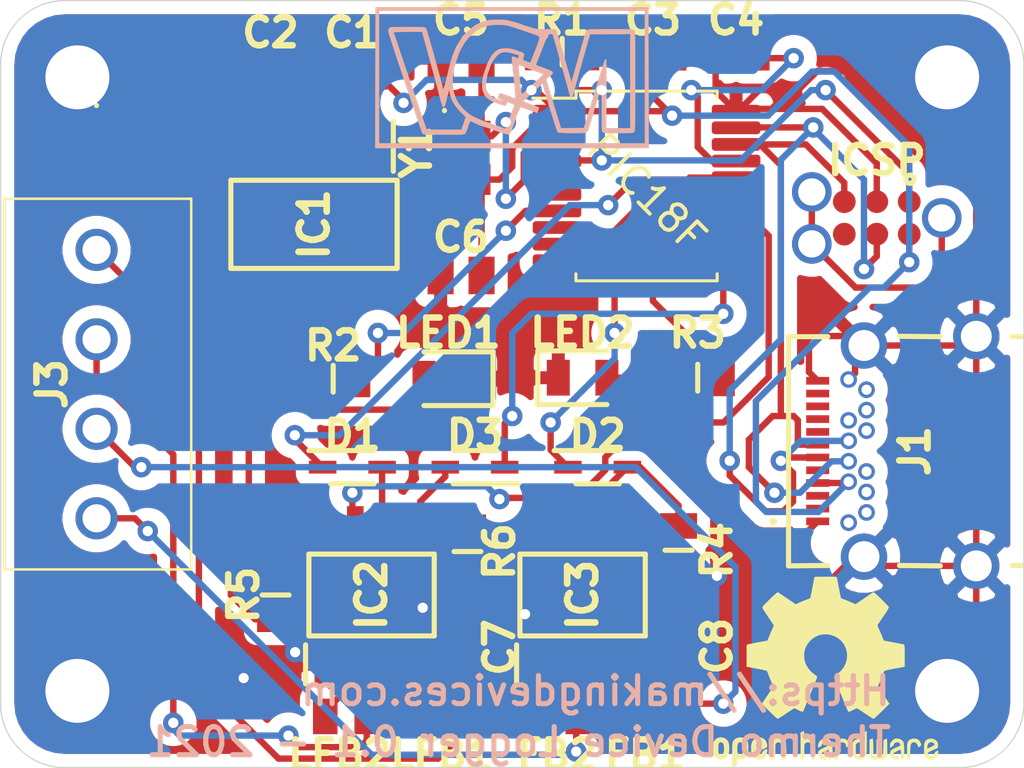
<source format=kicad_pcb>
(kicad_pcb (version 20171130) (host pcbnew "(5.1.12-1-g0a0a2da680)-1")
  (layers (0 F.Cu signal hide) (31 B.Cu signal hide) (34 B.Paste user) (35 F.Paste user) (36 B.SilkS user) (37 F.SilkS user) (38 B.Mask user) (39 F.Mask user) (44 Edge.Cuts user))
  (net 0 "")
  (net 1 GND)
  (net 2 +5V)
  (net 3 /3.3V)
  (net 4 "Net-(C4-Pad2)")
  (net 5 /Cyrstal1)
  (net 6 /Crystal2)
  (net 7 "Net-(D1-Pad2)")
  (net 8 /CS_1)
  (net 9 "Net-(D2-Pad2)")
  (net 10 /CS_2)
  (net 11 "Net-(D3-Pad2)")
  (net 12 /SCK)
  (net 13 "Net-(FB1-Pad2)")
  (net 14 "/ThermoCouple Modules/T+tcm2")
  (net 15 "Net-(FB2-Pad2)")
  (net 16 "/ThermoCouple Modules/T-tcm2")
  (net 17 "Net-(IC2-Pad8)")
  (net 18 /MISO)
  (net 19 "Net-(IC2-Pad3)")
  (net 20 "Net-(IC2-Pad2)")
  (net 21 "Net-(IC3-Pad8)")
  (net 22 "Net-(J1-PadB12)")
  (net 23 "Net-(J1-PadB11)")
  (net 24 "Net-(J1-PadB10)")
  (net 25 "Net-(J1-PadB8)")
  (net 26 /PGC)
  (net 27 /PGD)
  (net 28 "Net-(J1-PadB5)")
  (net 29 "Net-(J1-PadB4)")
  (net 30 "Net-(J1-PadB3)")
  (net 31 "Net-(J1-PadB2)")
  (net 32 "Net-(J1-PadA11)")
  (net 33 "Net-(J1-PadA10)")
  (net 34 "Net-(J1-PadA9)")
  (net 35 "Net-(J1-PadA8)")
  (net 36 "Net-(J1-PadA5)")
  (net 37 "Net-(J1-PadA3)")
  (net 38 "Net-(J1-PadA2)")
  (net 39 "Net-(J2-Pad6)")
  (net 40 /MCLR)
  (net 41 "/ThermoCouple Modules/T-tcm1")
  (net 42 "/ThermoCouple Modules/T+tcm1")
  (net 43 "Net-(LED1-Pad2)")
  (net 44 "Net-(LED2-Pad2)")
  (net 45 "Net-(R2-Pad1)")
  (net 46 "Net-(R3-Pad1)")
  (net 47 "Net-(U1-Pad12)")
  (net 48 "Net-(U1-Pad10)")
  (net 49 "Net-(U1-Pad9)")
  (net 50 "Net-(U1-Pad8)")
  (net 51 "Net-(U1-Pad6)")
  (net 52 "Net-(U1-Pad5)")
  (module Symbol:OSHW-Logo2_9.8x8mm_SilkScreen (layer F.Cu) (at 117.25 78.75)
    (fp_text reference REF** hide)
    (fp_text value OSHW-Logo2_9.8x8mm_SilkScreen hide)
  )
  (module MDV:logo_MDV_3 (layer B.Cu) (at 105 55.5 180)
    (fp_text reference G*** hide)
    (fp_text value LOGO hide)
  )
  (module Library_Loader:CX2520DB12000D0GPSC1 (layer F.Cu) (at 103 58.65 270)
    (fp_text reference Y1 hide)
    (fp_text value 12Mhz hide)
    (fp_text user %R (at -0.225 1.75 90) (layer F.SilkS) (effects (font (size 1.1 1.1) (thickness 0.254))))
    (pad 4 smd rect (at -0.85 -0.65) (size 1 1.2) (layers F.Cu F.Paste F.Mask) (net 5 /Cyrstal1))
    (pad 3 smd rect (at 0.85 -0.65) (size 1 1.2) (layers F.Cu F.Paste F.Mask) (net 6 /Crystal2))
    (pad 2 smd rect (at 0.85 0.65) (size 1 1.2) (layers F.Cu F.Paste F.Mask) (net 1 GND))
    (pad 1 smd rect (at -0.85 0.65) (size 1 1.2) (layers F.Cu F.Paste F.Mask) (net 1 GND))
  )
  (module Package_SO:SSOP-20_5.3x7.2mm_P0.65mm (layer F.Cu) (at 110.25 59.75)
    (fp_text reference U1 hide)
    (fp_text value PIC18F (at 0 0.25 135) (layer F.SilkS) (effects (font (size 1.1 1.1))))
    (pad 20 smd roundrect (at 3.5 -2.925) (size 1.9 0.5) (layers F.Cu F.Paste F.Mask) (net 1 GND))
    (pad 19 smd roundrect (at 3.5 -2.275) (size 1.9 0.5) (layers F.Cu F.Paste F.Mask) (net 27 /PGD))
    (pad 18 smd roundrect (at 3.5 -1.625) (size 1.9 0.5) (layers F.Cu F.Paste F.Mask) (net 26 /PGC))
    (pad 17 smd roundrect (at 3.5 -0.975) (size 1.9 0.5) (layers F.Cu F.Paste F.Mask) (net 4 "Net-(C4-Pad2)"))
    (pad 16 smd roundrect (at 3.5 -0.325) (size 1.9 0.5) (layers F.Cu F.Paste F.Mask) (net 8 /CS_1))
    (pad 15 smd roundrect (at 3.5 0.325) (size 1.9 0.5) (layers F.Cu F.Paste F.Mask) (net 10 /CS_2))
    (pad 14 smd roundrect (at 3.5 0.975) (size 1.9 0.5) (layers F.Cu F.Paste F.Mask) (net 46 "Net-(R3-Pad1)"))
    (pad 13 smd roundrect (at 3.5 1.625) (size 1.9 0.5) (layers F.Cu F.Paste F.Mask) (net 18 /MISO))
    (pad 12 smd roundrect (at 3.5 2.275) (size 1.9 0.5) (layers F.Cu F.Paste F.Mask) (net 47 "Net-(U1-Pad12)"))
    (pad 11 smd roundrect (at 3.5 2.925) (size 1.9 0.5) (layers F.Cu F.Paste F.Mask) (net 12 /SCK))
    (pad 10 smd roundrect (at -3.5 2.925) (size 1.9 0.5) (layers F.Cu F.Paste F.Mask) (net 48 "Net-(U1-Pad10)"))
    (pad 9 smd roundrect (at -3.5 2.275) (size 1.9 0.5) (layers F.Cu F.Paste F.Mask) (net 49 "Net-(U1-Pad9)"))
    (pad 8 smd roundrect (at -3.5 1.625) (size 1.9 0.5) (layers F.Cu F.Paste F.Mask) (net 50 "Net-(U1-Pad8)"))
    (pad 7 smd roundrect (at -3.5 0.975) (size 1.9 0.5) (layers F.Cu F.Paste F.Mask) (net 45 "Net-(R2-Pad1)"))
    (pad 6 smd roundrect (at -3.5 0.325) (size 1.9 0.5) (layers F.Cu F.Paste F.Mask) (net 51 "Net-(U1-Pad6)"))
    (pad 5 smd roundrect (at -3.5 -0.325) (size 1.9 0.5) (layers F.Cu F.Paste F.Mask) (net 52 "Net-(U1-Pad5)"))
    (pad 4 smd roundrect (at -3.5 -0.975) (size 1.9 0.5) (layers F.Cu F.Paste F.Mask) (net 40 /MCLR))
    (pad 3 smd roundrect (at -3.5 -1.625) (size 1.9 0.5) (layers F.Cu F.Paste F.Mask) (net 5 /Cyrstal1))
    (pad 2 smd roundrect (at -3.5 -2.275) (size 1.9 0.5) (layers F.Cu F.Paste F.Mask) (net 6 /Crystal2))
    (pad 1 smd roundrect (at -3.5 -2.925) (size 1.9 0.5) (layers F.Cu F.Paste F.Mask) (net 2 +5V))
  )
  (module Library_Loader:RESC2012X75N (layer F.Cu) (at 103.25 74.05 90)
    (fp_text reference R6 hide)
    (fp_text value 10k hide)
    (fp_text user %R (at 0 1.25 90) (layer F.SilkS) (effects (font (size 1.1 1.1) (thickness 0.254))))
    (pad 2 smd rect (at 0.95 0 90) (size 1 1.45) (layers F.Cu F.Paste F.Mask) (net 11 "Net-(D3-Pad2)"))
    (pad 1 smd rect (at -0.95 0 90) (size 1 1.45) (layers F.Cu F.Paste F.Mask) (net 3 /3.3V))
  )
  (module Library_Loader:RESC2012X75N (layer F.Cu) (at 95.75 75.75 90)
    (fp_text reference R5 hide)
    (fp_text value 10k hide)
    (fp_text user %R (at 0 -1.25 90) (layer F.SilkS) (effects (font (size 1.1 1.1) (thickness 0.254))))
    (pad 2 smd rect (at 0.95 0 90) (size 1 1.45) (layers F.Cu F.Paste F.Mask) (net 7 "Net-(D1-Pad2)"))
    (pad 1 smd rect (at -0.95 0 90) (size 1 1.45) (layers F.Cu F.Paste F.Mask) (net 3 /3.3V))
  )
  (module Library_Loader:RESC2012X75N (layer F.Cu) (at 111.5 74 90)
    (fp_text reference R4 (at 0 1.5 90) (layer F.SilkS) (effects (font (size 1.1 1.1) (thickness 0.254))))
    (fp_text value 10k hide)
    (pad 2 smd rect (at 0.95 0 90) (size 1 1.45) (layers F.Cu F.Paste F.Mask) (net 9 "Net-(D2-Pad2)"))
    (pad 1 smd rect (at -0.95 0 90) (size 1 1.45) (layers F.Cu F.Paste F.Mask) (net 3 /3.3V))
  )
  (module Library_Loader:RESC2012X75N (layer F.Cu) (at 112.25 67.25 180)
    (fp_text reference R3 hide)
    (fp_text value 220 hide)
    (fp_text user %R (at 0 1.75) (layer F.SilkS) (effects (font (size 1.1 1.1) (thickness 0.254))))
    (pad 2 smd rect (at 0.95 0 180) (size 1 1.45) (layers F.Cu F.Paste F.Mask) (net 44 "Net-(LED2-Pad2)"))
    (pad 1 smd rect (at -0.95 0 180) (size 1 1.45) (layers F.Cu F.Paste F.Mask) (net 46 "Net-(R3-Pad1)"))
  )
  (module Library_Loader:RESC2012X75N (layer F.Cu) (at 98 67.29 180)
    (fp_text reference R2 hide)
    (fp_text value 220 hide)
    (fp_text user %R (at 0 1.29) (layer F.SilkS) (effects (font (size 1.1 1.1) (thickness 0.254))))
    (pad 2 smd rect (at 0.95 0 180) (size 1 1.45) (layers F.Cu F.Paste F.Mask) (net 43 "Net-(LED1-Pad2)"))
    (pad 1 smd rect (at -0.95 0 180) (size 1 1.45) (layers F.Cu F.Paste F.Mask) (net 45 "Net-(R2-Pad1)"))
  )
  (module Library_Loader:RESC2012X75N (layer F.Cu) (at 106.95 54.5 180)
    (fp_text reference R1 hide)
    (fp_text value 10k hide)
    (fp_text user %R (at 0 1.25) (layer F.SilkS) (effects (font (size 1.1 1.1) (thickness 0.254))))
    (pad 2 smd rect (at 0.95 0 180) (size 1 1.45) (layers F.Cu F.Paste F.Mask) (net 40 /MCLR))
    (pad 1 smd rect (at -0.95 0 180) (size 1 1.45) (layers F.Cu F.Paste F.Mask) (net 2 +5V))
  )
  (module Library_Loader:CAPC2012X90N (layer F.Cu) (at 98.5 80.5 180)
    (fp_text reference LFB2 hide)
    (fp_text value Ferrite hide)
    (fp_text user %R (at 0.25 -1.5) (layer F.SilkS) (effects (font (size 1.1 1.1) (thickness 0.254))))
    (pad 2 smd rect (at 0.81 0 180) (size 0.96 1.39) (layers F.Cu F.Paste F.Mask) (net 20 "Net-(IC2-Pad2)"))
    (pad 1 smd rect (at -0.81 0 180) (size 0.96 1.39) (layers F.Cu F.Paste F.Mask) (net 41 "/ThermoCouple Modules/T-tcm1"))
  )
  (module Library_Loader:CAPC2012X90N (layer F.Cu) (at 101.94 80.5 180)
    (fp_text reference LFB1 hide)
    (fp_text value Ferrite hide)
    (fp_text user %R (at -0.31 -1.5) (layer F.SilkS) (effects (font (size 1.1 1.1) (thickness 0.254))))
    (pad 2 smd rect (at 0.81 0 180) (size 0.96 1.39) (layers F.Cu F.Paste F.Mask) (net 19 "Net-(IC2-Pad3)"))
    (pad 1 smd rect (at -0.81 0 180) (size 0.96 1.39) (layers F.Cu F.Paste F.Mask) (net 42 "/ThermoCouple Modules/T+tcm1"))
  )
  (module Library_Loader:LEDC2012X90N (layer F.Cu) (at 107.75 67.25)
    (fp_text reference LED2 (at 0 -1.75) (layer F.SilkS) (effects (font (size 1.1 1.1) (thickness 0.254))))
    (fp_text value Green hide)
    (pad 2 smd rect (at 0.95 0) (size 0.9 1.4) (layers F.Cu F.Paste F.Mask) (net 44 "Net-(LED2-Pad2)"))
    (pad 1 smd rect (at -0.95 0) (size 0.9 1.4) (layers F.Cu F.Paste F.Mask) (net 1 GND))
  )
  (module Library_Loader:LEDC2012X90N (layer F.Cu) (at 102.5 67.29 180)
    (fp_text reference LED1 hide)
    (fp_text value Green hide)
    (fp_text user %R (at 0 1.79) (layer F.SilkS) (effects (font (size 1.1 1.1) (thickness 0.254))))
    (pad 2 smd rect (at 0.95 0 180) (size 0.9 1.4) (layers F.Cu F.Paste F.Mask) (net 43 "Net-(LED1-Pad2)"))
    (pad 1 smd rect (at -0.95 0 180) (size 0.9 1.4) (layers F.Cu F.Paste F.Mask) (net 1 GND))
  )
  (module Library_Loader:1751264 (layer F.Cu) (at 88.75 62.25 270)
    (fp_text reference J3 hide)
    (fp_text value 4-terminal hide)
    (fp_text user %R (at 5.25 1.75 90) (layer F.SilkS) (effects (font (size 1.1 1.1) (thickness 0.254))))
    (pad 4 thru_hole circle (at 10.5 0 270) (size 1.65 1.65) (drill 1.1) (layers *.Cu *.Mask) (net 16 "/ThermoCouple Modules/T-tcm2"))
    (pad 3 thru_hole circle (at 7 0 270) (size 1.65 1.65) (drill 1.1) (layers *.Cu *.Mask) (net 14 "/ThermoCouple Modules/T+tcm2"))
    (pad 2 thru_hole circle (at 3.5 0 270) (size 1.65 1.65) (drill 1.1) (layers *.Cu *.Mask) (net 41 "/ThermoCouple Modules/T-tcm1"))
    (pad 1 thru_hole circle (at 0 0 270) (size 1.65 1.65) (drill 1.1) (layers *.Cu *.Mask) (net 42 "/ThermoCouple Modules/T+tcm1"))
  )
  (module Library_Loader:TC2030-MCP-NL (layer F.Cu) (at 119.25 61 180)
    (fp_text reference J2 hide)
    (fp_text value TC2030-MCP-NL hide)
    (fp_text user ICSP (at 0 2.25 180) (layer F.SilkS) (effects (font (size 1.1 1.1) (thickness 0.254))))
    (pad 9 thru_hole circle (at 2.54 1.016 180) (size 1.55 1.55) (drill 1.0668) (layers *.Cu *.Mask))
    (pad 8 thru_hole circle (at 2.54 -1.016 180) (size 1.55 1.55) (drill 1.0668) (layers *.Cu *.Mask))
    (pad 7 thru_hole circle (at -2.54 0 180) (size 1.55 1.55) (drill 1.0668) (layers *.Cu *.Mask))
    (pad 6 smd circle (at 1.27 -0.635 270) (size 0.889 0.889) (layers F.Cu F.Paste F.Mask) (net 39 "Net-(J2-Pad6)"))
    (pad 5 smd circle (at 1.27 0.635 270) (size 0.889 0.889) (layers F.Cu F.Paste F.Mask) (net 26 /PGC))
    (pad 4 smd circle (at 0 -0.635 270) (size 0.889 0.889) (layers F.Cu F.Paste F.Mask) (net 27 /PGD))
    (pad 3 smd circle (at 0 0.635 270) (size 0.889 0.889) (layers F.Cu F.Paste F.Mask) (net 1 GND))
    (pad 2 smd circle (at -1.27 -0.635 270) (size 0.889 0.889) (layers F.Cu F.Paste F.Mask) (net 2 +5V))
    (pad 1 smd circle (at -1.27 0.635 270) (size 0.889 0.889) (layers F.Cu F.Paste F.Mask) (net 40 /MCLR))
  )
  (module Library_Loader:2171830001 (layer F.Cu) (at 120.735 70.12 90)
    (fp_text reference J1 (at 0 0 90) (layer F.SilkS) (effects (font (size 1.1 1.1) (thickness 0.254))))
    (fp_text value "Type - C" hide)
    (fp_text user %R (at 0 0 90) (layer F.SilkS) (effects (font (size 1.1 1.1) (thickness 0.254))))
    (pad MH6 np_thru_hole circle (at -3.6 -3.235 90) (size 0.65 0) (drill 0.65) (layers *.Cu *.Mask))
    (pad MH5 np_thru_hole circle (at 3.6 -3.235 90) (size 1.15 0) (drill 1.15) (layers *.Cu *.Mask))
    (pad MH4 thru_hole circle (at 4.13 -1.985 90) (size 1.815 1.815) (drill 1.21) (layers *.Cu *.Mask) (net 1 GND))
    (pad MH3 thru_hole circle (at 4.49 2.405 90) (size 1.815 1.815) (drill 1.21) (layers *.Cu *.Mask) (net 1 GND))
    (pad MH2 thru_hole circle (at -4.49 2.405 90) (size 1.815 1.815) (drill 1.21) (layers *.Cu *.Mask) (net 1 GND))
    (pad MH1 thru_hole circle (at -4.13 -1.985 90) (size 1.815 1.815) (drill 1.21) (layers *.Cu *.Mask) (net 1 GND))
    (pad B12 thru_hole circle (at -2.8 -2.585 90) (size 0.65 0.65) (drill 0.4) (layers *.Cu *.Mask) (net 22 "Net-(J1-PadB12)"))
    (pad B11 thru_hole circle (at -2.4 -1.885 90) (size 0.65 0.65) (drill 0.4) (layers *.Cu *.Mask) (net 23 "Net-(J1-PadB11)"))
    (pad B10 thru_hole circle (at -1.6 -1.885 90) (size 0.65 0.65) (drill 0.4) (layers *.Cu *.Mask) (net 24 "Net-(J1-PadB10)"))
    (pad B9 thru_hole circle (at -1.2 -2.585 90) (size 0.65 0.65) (drill 0.4) (layers *.Cu *.Mask) (net 2 +5V))
    (pad B8 thru_hole circle (at -0.8 -1.885 90) (size 0.65 0.65) (drill 0.4) (layers *.Cu *.Mask) (net 25 "Net-(J1-PadB8)"))
    (pad B7 thru_hole circle (at -0.4 -2.585 90) (size 0.65 0.65) (drill 0.4) (layers *.Cu *.Mask) (net 26 /PGC))
    (pad B6 thru_hole circle (at 0.4 -2.585 90) (size 0.65 0.65) (drill 0.4) (layers *.Cu *.Mask) (net 27 /PGD))
    (pad B5 thru_hole circle (at 0.8 -1.885 90) (size 0.65 0.65) (drill 0.4) (layers *.Cu *.Mask) (net 28 "Net-(J1-PadB5)"))
    (pad B4 thru_hole circle (at 1.2 -2.585 90) (size 0.65 0.65) (drill 0.4) (layers *.Cu *.Mask) (net 29 "Net-(J1-PadB4)"))
    (pad B3 thru_hole circle (at 1.6 -1.885 90) (size 0.65 0.65) (drill 0.4) (layers *.Cu *.Mask) (net 30 "Net-(J1-PadB3)"))
    (pad B2 thru_hole circle (at 2.4 -1.885 90) (size 0.65 0.65) (drill 0.4) (layers *.Cu *.Mask) (net 31 "Net-(J1-PadB2)"))
    (pad B1 thru_hole circle (at 2.8 -2.585 90) (size 0.65 0.65) (drill 0.4) (layers *.Cu *.Mask) (net 1 GND))
    (pad A12 smd rect (at 2.75 -3.795 90) (size 0.3 0.9) (layers F.Cu F.Paste F.Mask) (net 1 GND))
    (pad A11 smd rect (at 2.25 -3.795 90) (size 0.3 0.9) (layers F.Cu F.Paste F.Mask) (net 32 "Net-(J1-PadA11)"))
    (pad A10 smd rect (at 1.75 -3.795 90) (size 0.3 0.9) (layers F.Cu F.Paste F.Mask) (net 33 "Net-(J1-PadA10)"))
    (pad A9 smd rect (at 1.25 -3.795 90) (size 0.3 0.9) (layers F.Cu F.Paste F.Mask) (net 34 "Net-(J1-PadA9)"))
    (pad A8 smd rect (at 0.75 -3.795 90) (size 0.3 0.9) (layers F.Cu F.Paste F.Mask) (net 35 "Net-(J1-PadA8)"))
    (pad A7 smd rect (at 0.25 -3.795 90) (size 0.3 0.9) (layers F.Cu F.Paste F.Mask) (net 26 /PGC))
    (pad A6 smd rect (at -0.25 -3.795 90) (size 0.3 0.9) (layers F.Cu F.Paste F.Mask) (net 27 /PGD))
    (pad A5 smd rect (at -0.75 -3.795 90) (size 0.3 0.9) (layers F.Cu F.Paste F.Mask) (net 36 "Net-(J1-PadA5)"))
    (pad A4 smd rect (at -1.25 -3.795 90) (size 0.3 0.9) (layers F.Cu F.Paste F.Mask) (net 2 +5V))
    (pad A3 smd rect (at -1.75 -3.795 90) (size 0.3 0.9) (layers F.Cu F.Paste F.Mask) (net 37 "Net-(J1-PadA3)"))
    (pad A2 smd rect (at -2.25 -3.795 90) (size 0.3 0.9) (layers F.Cu F.Paste F.Mask) (net 38 "Net-(J1-PadA2)"))
    (pad A1 smd rect (at -2.75 -3.795 90) (size 0.3 0.9) (layers F.Cu F.Paste F.Mask) (net 1 GND))
  )
  (module Library_Loader:SOIC127P600X175-8N (layer F.Cu) (at 107.75 75.75 90)
    (fp_text reference IC3 (at 0 0 90) (layer F.SilkS) (effects (font (size 1.1 1.1) (thickness 0.254))))
    (fp_text value MAX31855KASA+ hide)
    (fp_text user %R (at 0 0 90) (layer F.SilkS) (effects (font (size 1.1 1.1) (thickness 0.254))))
    (pad 8 smd rect (at 2.712 -1.905 180) (size 0.65 1.525) (layers F.Cu F.Paste F.Mask) (net 21 "Net-(IC3-Pad8)"))
    (pad 7 smd rect (at 2.712 -0.635 180) (size 0.65 1.525) (layers F.Cu F.Paste F.Mask) (net 18 /MISO))
    (pad 6 smd rect (at 2.712 0.635 180) (size 0.65 1.525) (layers F.Cu F.Paste F.Mask) (net 9 "Net-(D2-Pad2)"))
    (pad 5 smd rect (at 2.712 1.905 180) (size 0.65 1.525) (layers F.Cu F.Paste F.Mask) (net 11 "Net-(D3-Pad2)"))
    (pad 4 smd rect (at -2.712 1.905 180) (size 0.65 1.525) (layers F.Cu F.Paste F.Mask) (net 3 /3.3V))
    (pad 3 smd rect (at -2.712 0.635 180) (size 0.65 1.525) (layers F.Cu F.Paste F.Mask) (net 13 "Net-(FB1-Pad2)"))
    (pad 2 smd rect (at -2.712 -0.635 180) (size 0.65 1.525) (layers F.Cu F.Paste F.Mask) (net 15 "Net-(FB2-Pad2)"))
    (pad 1 smd rect (at -2.712 -1.905 180) (size 0.65 1.525) (layers F.Cu F.Paste F.Mask) (net 1 GND))
  )
  (module Library_Loader:SOIC127P600X175-8N (layer F.Cu) (at 99.5 75.75 90)
    (fp_text reference IC2 (at 0 0 90) (layer F.SilkS) (effects (font (size 1.1 1.1) (thickness 0.254))))
    (fp_text value MAX31855KASA+ hide)
    (fp_text user %R (at 0 0 90) (layer F.SilkS) (effects (font (size 1.1 1.1) (thickness 0.254))))
    (pad 8 smd rect (at 2.712 -1.905 180) (size 0.65 1.525) (layers F.Cu F.Paste F.Mask) (net 17 "Net-(IC2-Pad8)"))
    (pad 7 smd rect (at 2.712 -0.635 180) (size 0.65 1.525) (layers F.Cu F.Paste F.Mask) (net 18 /MISO))
    (pad 6 smd rect (at 2.712 0.635 180) (size 0.65 1.525) (layers F.Cu F.Paste F.Mask) (net 7 "Net-(D1-Pad2)"))
    (pad 5 smd rect (at 2.712 1.905 180) (size 0.65 1.525) (layers F.Cu F.Paste F.Mask) (net 11 "Net-(D3-Pad2)"))
    (pad 4 smd rect (at -2.712 1.905 180) (size 0.65 1.525) (layers F.Cu F.Paste F.Mask) (net 3 /3.3V))
    (pad 3 smd rect (at -2.712 0.635 180) (size 0.65 1.525) (layers F.Cu F.Paste F.Mask) (net 19 "Net-(IC2-Pad3)"))
    (pad 2 smd rect (at -2.712 -0.635 180) (size 0.65 1.525) (layers F.Cu F.Paste F.Mask) (net 20 "Net-(IC2-Pad2)"))
    (pad 1 smd rect (at -2.712 -1.905 180) (size 0.65 1.525) (layers F.Cu F.Paste F.Mask) (net 1 GND))
  )
  (module Library_Loader:SOT230P700X180-4N (layer F.Cu) (at 97.25 61.25 270)
    (fp_text reference IC1 (at 0 0 90) (layer F.SilkS) (effects (font (size 1.1 1.1) (thickness 0.254))))
    (fp_text value TC1108-3.3VDBTR hide)
    (fp_text user %R (at 0 0 90) (layer F.SilkS) (effects (font (size 1.1 1.1) (thickness 0.254))))
    (pad 4 smd rect (at 3.05 0 270) (size 1.95 3.2) (layers F.Cu F.Paste F.Mask) (net 1 GND))
    (pad 3 smd rect (at -3.05 2.3) (size 0.9 1.95) (layers F.Cu F.Paste F.Mask) (net 3 /3.3V))
    (pad 2 smd rect (at -3.05 0) (size 0.9 1.95) (layers F.Cu F.Paste F.Mask) (net 1 GND))
    (pad 1 smd rect (at -3.05 -2.3) (size 0.9 1.95) (layers F.Cu F.Paste F.Mask) (net 2 +5V))
  )
  (module Library_Loader:CAPC2012X90N (layer F.Cu) (at 106.75 80.5 180)
    (fp_text reference FB2 (at 0 -1.5) (layer F.SilkS) (effects (font (size 1.1 1.1) (thickness 0.254))))
    (fp_text value 742792005 hide)
    (pad 2 smd rect (at 0.81 0 180) (size 0.96 1.39) (layers F.Cu F.Paste F.Mask) (net 15 "Net-(FB2-Pad2)"))
    (pad 1 smd rect (at -0.81 0 180) (size 0.96 1.39) (layers F.Cu F.Paste F.Mask) (net 16 "/ThermoCouple Modules/T-tcm2"))
  )
  (module Library_Loader:CAPC2012X90N (layer F.Cu) (at 110.19 80.5 180)
    (fp_text reference FB1 hide)
    (fp_text value 742792005 hide)
    (fp_text user %R (at 0 -1.5) (layer F.SilkS) (effects (font (size 1.1 1.1) (thickness 0.254))))
    (pad 2 smd rect (at 0.81 0 180) (size 0.96 1.39) (layers F.Cu F.Paste F.Mask) (net 13 "Net-(FB1-Pad2)"))
    (pad 1 smd rect (at -0.81 0 180) (size 0.96 1.39) (layers F.Cu F.Paste F.Mask) (net 14 "/ThermoCouple Modules/T+tcm2"))
  )
  (module Library_Loader:SOD2513X120N (layer F.Cu) (at 103.544 70.75 180)
    (fp_text reference D3 (at 0 1.25) (layer F.SilkS) (effects (font (size 1.1 1.1) (thickness 0.254))))
    (fp_text value ZLLS410TA hide)
    (pad 2 smd rect (at 1.162 0 270) (size 0.5 1.075) (layers F.Cu F.Paste F.Mask) (net 11 "Net-(D3-Pad2)"))
    (pad 1 smd rect (at -1.162 0 270) (size 0.5 1.075) (layers F.Cu F.Paste F.Mask) (net 12 /SCK))
  )
  (module Library_Loader:SOD2513X120N (layer F.Cu) (at 108.338 70.75)
    (fp_text reference D2 (at 0 -1.25) (layer F.SilkS) (effects (font (size 1.1 1.1) (thickness 0.254))))
    (fp_text value ZLLS410TA hide)
    (pad 2 smd rect (at 1.162 0 90) (size 0.5 1.075) (layers F.Cu F.Paste F.Mask) (net 9 "Net-(D2-Pad2)"))
    (pad 1 smd rect (at -1.162 0 90) (size 0.5 1.075) (layers F.Cu F.Paste F.Mask) (net 10 /CS_2))
  )
  (module Library_Loader:SOD2513X120N (layer F.Cu) (at 98.75 70.75)
    (fp_text reference D1 hide)
    (fp_text value ZLLS410TA hide)
    (fp_text user %R (at 0 -1.25) (layer F.SilkS) (effects (font (size 1.1 1.1) (thickness 0.254))))
    (pad 2 smd rect (at 1.162 0 90) (size 0.5 1.075) (layers F.Cu F.Paste F.Mask) (net 7 "Net-(D1-Pad2)"))
    (pad 1 smd rect (at -1.162 0 90) (size 0.5 1.075) (layers F.Cu F.Paste F.Mask) (net 8 /CS_1))
  )
  (module Library_Loader:CAPC2012X140N (layer F.Cu) (at 111.5 77.75 270)
    (fp_text reference C8 hide)
    (fp_text value 100nF hide)
    (fp_text user %R (at 0 -1.5 90) (layer F.SilkS) (effects (font (size 1.1 1.1) (thickness 0.254))))
    (pad 2 smd rect (at 0.8 0 270) (size 1.02 1.47) (layers F.Cu F.Paste F.Mask) (net 3 /3.3V))
    (pad 1 smd rect (at -0.8 0 270) (size 1.02 1.47) (layers F.Cu F.Paste F.Mask) (net 1 GND))
  )
  (module Library_Loader:CAPC2012X140N (layer F.Cu) (at 103.25 77.8 270)
    (fp_text reference C7 hide)
    (fp_text value 100nF hide)
    (fp_text user %R (at 0 -1.25 90) (layer F.SilkS) (effects (font (size 1.1 1.1) (thickness 0.254))))
    (pad 2 smd rect (at 0.8 0 270) (size 1.02 1.47) (layers F.Cu F.Paste F.Mask) (net 3 /3.3V))
    (pad 1 smd rect (at -0.8 0 270) (size 1.02 1.47) (layers F.Cu F.Paste F.Mask) (net 1 GND))
  )
  (module Library_Loader:CAPC2012X140N (layer F.Cu) (at 103 63.25)
    (fp_text reference C6 hide)
    (fp_text value 22pF hide)
    (fp_text user %R (at 0 -1.5) (layer F.SilkS) (effects (font (size 1.1 1.1) (thickness 0.254))))
    (pad 2 smd rect (at 0.8 0) (size 1.02 1.47) (layers F.Cu F.Paste F.Mask) (net 6 /Crystal2))
    (pad 1 smd rect (at -0.8 0) (size 1.02 1.47) (layers F.Cu F.Paste F.Mask) (net 1 GND))
  )
  (module Library_Loader:CAPC2012X140N (layer F.Cu) (at 103 54.75 180)
    (fp_text reference C5 hide)
    (fp_text value 22pF hide)
    (fp_text user %R (at 0 1.5) (layer F.SilkS) (effects (font (size 1.1 1.1) (thickness 0.254))))
    (pad 2 smd rect (at 0.8 0 180) (size 1.02 1.47) (layers F.Cu F.Paste F.Mask) (net 1 GND))
    (pad 1 smd rect (at -0.8 0 180) (size 1.02 1.47) (layers F.Cu F.Paste F.Mask) (net 5 /Cyrstal1))
  )
  (module Library_Loader:CAPC2012X140N (layer F.Cu) (at 113.75 54.5)
    (fp_text reference C4 (at 0 -1.25) (layer F.SilkS) (effects (font (size 1.1 1.1) (thickness 0.254))))
    (fp_text value 1uF hide)
    (pad 2 smd rect (at 0.8 0) (size 1.02 1.47) (layers F.Cu F.Paste F.Mask) (net 4 "Net-(C4-Pad2)"))
    (pad 1 smd rect (at -0.8 0) (size 1.02 1.47) (layers F.Cu F.Paste F.Mask) (net 1 GND))
  )
  (module Library_Loader:CAPC2012X140N (layer F.Cu) (at 110.5 54.5 180)
    (fp_text reference C3 hide)
    (fp_text value 1uF hide)
    (fp_text user %R (at 0 1.25) (layer F.SilkS) (effects (font (size 1.1 1.1) (thickness 0.254))))
    (pad 2 smd rect (at 0.8 0 180) (size 1.02 1.47) (layers F.Cu F.Paste F.Mask) (net 2 +5V))
    (pad 1 smd rect (at -0.8 0 180) (size 1.02 1.47) (layers F.Cu F.Paste F.Mask) (net 1 GND))
  )
  (module Library_Loader:CAPC2012X140N (layer F.Cu) (at 95.55 55.25)
    (fp_text reference C2 hide)
    (fp_text value 1uF hide)
    (fp_text user %R (at 0 -1.5) (layer F.SilkS) (effects (font (size 1.1 1.1) (thickness 0.254))))
    (pad 2 smd rect (at 0.8 0) (size 1.02 1.47) (layers F.Cu F.Paste F.Mask) (net 1 GND))
    (pad 1 smd rect (at -0.8 0) (size 1.02 1.47) (layers F.Cu F.Paste F.Mask) (net 3 /3.3V))
  )
  (module Library_Loader:CAPC2012X140N (layer F.Cu) (at 98.8 55.25 180)
    (fp_text reference C1 hide)
    (fp_text value 1uF hide)
    (fp_text user %R (at 0.05 1.5) (layer F.SilkS) (effects (font (size 1.1 1.1) (thickness 0.254))))
    (pad 2 smd rect (at 0.8 0 180) (size 1.02 1.47) (layers F.Cu F.Paste F.Mask) (net 1 GND))
    (pad 1 smd rect (at -0.8 0 180) (size 1.02 1.47) (layers F.Cu F.Paste F.Mask) (net 2 +5V))
  )
  (gr_text Https://makingdevices.com (at 108.25 79.5) (layer B.SilkS) (effects (font (size 1.1 1.1) (thickness 0.2)) (justify mirror)))
  (gr_text "Thermo Device Logger 0.1 - 2021" (at 105.25 81.5) (layer B.SilkS) (effects (font (size 1.1 1.1) (thickness 0.2)) (justify mirror)))
  (gr_arc (start 87.5 55) (end 87.5 52.5) (angle -90) (layer Edge.Cuts) (width 0.05))
  (gr_arc (start 87.5 80) (end 85 80) (angle -90) (layer Edge.Cuts) (width 0.05))
  (gr_arc (start 122.5 80) (end 122.5 82.5) (angle -90) (layer Edge.Cuts) (width 0.05))
  (gr_arc (start 122.5 55) (end 125 55) (angle -90) (layer Edge.Cuts) (width 0.05))
  (gr_line (start 87.5 82.5) (end 122.5 82.5) (layer Edge.Cuts) (width 0.05))
  (gr_line (start 85 55) (end 85 80) (layer Edge.Cuts) (width 0.05))
  (gr_line (start 125 55) (end 125 80) (layer Edge.Cuts) (width 0.05))
  (gr_line (start 87.5 52.5) (end 122.5 52.5) (layer Edge.Cuts) (width 0.05))
  (segment (start 116.71 59.984) (end 116.71 62.016) (width 0.25) (layer F.Cu) (net 0))
  (segment (start 118.419001 63.725001) (end 121.524999 63.725001) (width 0.25) (layer F.Cu) (net 0))
  (segment (start 116.71 62.016) (end 118.419001 63.725001) (width 0.25) (layer F.Cu) (net 0))
  (segment (start 121.79 63.46) (end 121.79 61) (width 0.25) (layer F.Cu) (net 0))
  (segment (start 121.524999 63.725001) (end 121.79 63.46) (width 0.25) (layer F.Cu) (net 0))
  (via (at 122 55.5) (size 3.75) (drill 2.5) (layers F.Cu B.Cu) (net 1))
  (via (at 122 79.5) (size 3.75) (drill 2.5) (layers F.Cu B.Cu) (net 1))
  (via (at 88 79.5) (size 3.75) (drill 2.5) (layers F.Cu B.Cu) (net 1))
  (via (at 88 55.5) (size 3.75) (drill 2.5) (layers F.Cu B.Cu) (net 1))
  (segment (start 113.840165 56.734835) (end 113.75 56.825) (width 0.25) (layer F.Cu) (net 1))
  (segment (start 117.115416 56.734835) (end 113.840165 56.734835) (width 0.25) (layer F.Cu) (net 1))
  (segment (start 119.25 58.869419) (end 117.115416 56.734835) (width 0.25) (layer F.Cu) (net 1))
  (segment (start 119.25 60.365) (end 119.25 58.869419) (width 0.25) (layer F.Cu) (net 1))
  (segment (start 112.95 56.025) (end 113.75 56.825) (width 0.25) (layer F.Cu) (net 1))
  (segment (start 112.95 54.5) (end 112.95 56.025) (width 0.25) (layer F.Cu) (net 1))
  (segment (start 111.3 54.5) (end 112.95 54.5) (width 0.25) (layer F.Cu) (net 1))
  (segment (start 118.400001 66.087999) (end 118.400001 67.069999) (width 0.25) (layer F.Cu) (net 1))
  (segment (start 117.932001 65.619999) (end 118.400001 66.087999) (width 0.25) (layer F.Cu) (net 1))
  (segment (start 116.599999 66.087999) (end 117.067999 65.619999) (width 0.25) (layer F.Cu) (net 1))
  (segment (start 117.067999 65.619999) (end 117.932001 65.619999) (width 0.25) (layer F.Cu) (net 1))
  (segment (start 116.599999 67.029999) (end 116.599999 66.087999) (width 0.25) (layer F.Cu) (net 1))
  (segment (start 118.400001 67.069999) (end 118.15 67.32) (width 0.25) (layer F.Cu) (net 1))
  (segment (start 116.94 67.37) (end 116.599999 67.029999) (width 0.25) (layer F.Cu) (net 1))
  (segment (start 122.78 65.99) (end 123.14 65.63) (width 0.25) (layer F.Cu) (net 1))
  (segment (start 118.75 65.99) (end 122.78 65.99) (width 0.25) (layer F.Cu) (net 1))
  (segment (start 102.2 63.019998) (end 102.2 63.25) (width 0.25) (layer F.Cu) (net 1))
  (segment (start 111.3 53.515) (end 111.224999 53.439999) (width 0.25) (layer F.Cu) (net 1))
  (segment (start 111.3 54.5) (end 111.3 53.515) (width 0.25) (layer F.Cu) (net 1))
  (segment (start 102.2 54.269998) (end 102.2 54.75) (width 0.25) (layer F.Cu) (net 1))
  (segment (start 98 54.265) (end 98 55.25) (width 0.25) (layer F.Cu) (net 1))
  (segment (start 98.075001 54.189999) (end 98 54.265) (width 0.25) (layer F.Cu) (net 1))
  (segment (start 96.35 55.25) (end 98 55.25) (width 0.25) (layer F.Cu) (net 1))
  (segment (start 98 55.25) (end 98 54.5) (width 0.25) (layer F.Cu) (net 1))
  (segment (start 98 54.5) (end 98.25 54.25) (width 0.25) (layer F.Cu) (net 1))
  (segment (start 98 57.45) (end 97.25 58.2) (width 0.25) (layer F.Cu) (net 1))
  (segment (start 98 55.25) (end 98 57.45) (width 0.25) (layer F.Cu) (net 1))
  (segment (start 96.35 55.25) (end 96.35 54.6) (width 0.25) (layer F.Cu) (net 1))
  (segment (start 96.35 54.6) (end 95.5 53.75) (width 0.25) (layer F.Cu) (net 1))
  (segment (start 89.75 53.75) (end 88 55.5) (width 0.25) (layer F.Cu) (net 1))
  (segment (start 95.5 53.75) (end 89.75 53.75) (width 0.25) (layer F.Cu) (net 1))
  (segment (start 98.3 63.25) (end 97.25 64.3) (width 0.25) (layer F.Cu) (net 1))
  (segment (start 102.2 63.25) (end 98.3 63.25) (width 0.25) (layer F.Cu) (net 1))
  (segment (start 102.2 66.04) (end 102.2 63.25) (width 0.25) (layer F.Cu) (net 1))
  (segment (start 103.45 67.29) (end 102.2 66.04) (width 0.25) (layer F.Cu) (net 1))
  (segment (start 106.76 67.29) (end 106.8 67.25) (width 0.25) (layer F.Cu) (net 1))
  (segment (start 103.45 67.29) (end 106.76 67.29) (width 0.25) (layer F.Cu) (net 1))
  (segment (start 111.5 76.95) (end 112.86 76.95) (width 0.25) (layer F.Cu) (net 1))
  (via (at 96.512653 77.987347) (size 0.8) (drill 0.4) (layers F.Cu B.Cu) (net 1))
  (segment (start 96.987306 78.462) (end 96.512653 77.987347) (width 0.25) (layer F.Cu) (net 1))
  (segment (start 97.595 78.462) (end 96.987306 78.462) (width 0.25) (layer F.Cu) (net 1))
  (segment (start 96.512653 77.987347) (end 98.25 76.25) (width 0.25) (layer B.Cu) (net 1))
  (via (at 101.5 76.25) (size 0.8) (drill 0.4) (layers F.Cu B.Cu) (net 1))
  (segment (start 98.25 76.25) (end 101.5 76.25) (width 0.25) (layer B.Cu) (net 1))
  (segment (start 102.5 76.25) (end 103.25 77) (width 0.25) (layer F.Cu) (net 1))
  (segment (start 101.5 76.25) (end 102.5 76.25) (width 0.25) (layer F.Cu) (net 1))
  (segment (start 101.5 76.25) (end 105.25 76.25) (width 0.25) (layer B.Cu) (net 1))
  (via (at 105.5 76.5) (size 0.8) (drill 0.4) (layers F.Cu B.Cu) (net 1))
  (segment (start 105.25 76.25) (end 105.5 76.5) (width 0.25) (layer B.Cu) (net 1))
  (segment (start 105.5 78.117) (end 105.845 78.462) (width 0.25) (layer F.Cu) (net 1))
  (segment (start 105.5 76.5) (end 105.5 78.117) (width 0.25) (layer F.Cu) (net 1))
  (segment (start 105.5 76.5) (end 106.5 76.5) (width 0.25) (layer B.Cu) (net 1))
  (segment (start 106.5 76.5) (end 108 75) (width 0.25) (layer B.Cu) (net 1))
  (segment (start 108 75) (end 108.75 75) (width 0.25) (layer B.Cu) (net 1))
  (segment (start 108.75 75) (end 113 75) (width 0.25) (layer B.Cu) (net 1))
  (via (at 113 75) (size 0.8) (drill 0.4) (layers F.Cu B.Cu) (net 1))
  (segment (start 113 75.45) (end 111.5 76.95) (width 0.25) (layer F.Cu) (net 1))
  (segment (start 113 75) (end 113 75.45) (width 0.25) (layer F.Cu) (net 1))
  (segment (start 123.14 65.63) (end 123.14 74.61) (width 0.25) (layer F.Cu) (net 1))
  (segment (start 119.11 74.61) (end 118.75 74.25) (width 0.25) (layer F.Cu) (net 1))
  (segment (start 123.14 74.61) (end 119.11 74.61) (width 0.25) (layer F.Cu) (net 1))
  (segment (start 118.368 74.25) (end 116.618 76) (width 0.25) (layer F.Cu) (net 1))
  (segment (start 118.75 74.25) (end 118.368 74.25) (width 0.25) (layer F.Cu) (net 1))
  (segment (start 115.5 76) (end 114.655 75.155) (width 0.25) (layer F.Cu) (net 1))
  (segment (start 114.655 75.155) (end 116.94 72.87) (width 0.25) (layer F.Cu) (net 1))
  (segment (start 116.618 76) (end 115.5 76) (width 0.25) (layer F.Cu) (net 1))
  (segment (start 112.86 76.95) (end 114.655 75.155) (width 0.25) (layer F.Cu) (net 1))
  (segment (start 123.14 78.36) (end 122 79.5) (width 0.25) (layer F.Cu) (net 1))
  (segment (start 123.14 74.61) (end 123.14 78.36) (width 0.25) (layer F.Cu) (net 1))
  (segment (start 111.224999 53.439999) (end 103.029999 53.439999) (width 0.25) (layer F.Cu) (net 1))
  (segment (start 102.2 54.75) (end 101.639999 54.189999) (width 0.25) (layer F.Cu) (net 1))
  (segment (start 101.639999 54.189999) (end 98.075001 54.189999) (width 0.25) (layer F.Cu) (net 1))
  (segment (start 103.029999 53.439999) (end 102.2 54.269998) (width 0.25) (layer F.Cu) (net 1))
  (segment (start 102.2 57.65) (end 102.35 57.8) (width 0.25) (layer F.Cu) (net 1))
  (segment (start 102.2 54.75) (end 102.2 57.65) (width 0.25) (layer F.Cu) (net 1))
  (segment (start 102.35 57.8) (end 102.35 59.5) (width 0.25) (layer F.Cu) (net 1))
  (segment (start 102.35 63.1) (end 102.2 63.25) (width 0.25) (layer F.Cu) (net 1))
  (segment (start 102.35 59.5) (end 102.35 63.1) (width 0.25) (layer F.Cu) (net 1))
  (segment (start 113.825 56.825) (end 114.65 56) (width 0.25) (layer F.Cu) (net 1))
  (segment (start 113.75 56.825) (end 113.825 56.825) (width 0.25) (layer F.Cu) (net 1))
  (segment (start 116.176998 56) (end 116.926998 55.25) (width 0.25) (layer F.Cu) (net 1))
  (segment (start 114.65 56) (end 116.176998 56) (width 0.25) (layer F.Cu) (net 1))
  (segment (start 121.75 55.25) (end 122 55.5) (width 0.25) (layer F.Cu) (net 1))
  (segment (start 116.926998 55.25) (end 121.75 55.25) (width 0.25) (layer F.Cu) (net 1))
  (segment (start 122 55.5) (end 122 58) (width 0.25) (layer F.Cu) (net 1))
  (segment (start 123.14 59.14) (end 123.14 65.63) (width 0.25) (layer F.Cu) (net 1))
  (segment (start 122 58) (end 123.14 59.14) (width 0.25) (layer F.Cu) (net 1))
  (segment (start 88 79.5) (end 94 79.5) (width 0.25) (layer B.Cu) (net 1))
  (via (at 94.5 79) (size 0.8) (drill 0.4) (layers F.Cu B.Cu) (net 1))
  (segment (start 94 79.5) (end 94.5 79) (width 0.25) (layer B.Cu) (net 1))
  (segment (start 95.5 79) (end 96.512653 77.987347) (width 0.25) (layer F.Cu) (net 1))
  (segment (start 94.5 79) (end 95.5 79) (width 0.25) (layer F.Cu) (net 1))
  (segment (start 120.52 61.635) (end 120.52 62.73) (width 0.25) (layer F.Cu) (net 2))
  (via (at 120.52 62.73) (size 0.8) (drill 0.4) (layers F.Cu B.Cu) (net 2))
  (segment (start 117.598001 55.274999) (end 116.725001 55.274999) (width 0.25) (layer B.Cu) (net 2))
  (segment (start 120.52 58.196998) (end 117.598001 55.274999) (width 0.25) (layer B.Cu) (net 2))
  (segment (start 120.52 62.73) (end 120.52 58.196998) (width 0.25) (layer B.Cu) (net 2))
  (segment (start 116.725001 55.274999) (end 115 57) (width 0.25) (layer B.Cu) (net 2))
  (via (at 111.25 57) (size 0.8) (drill 0.4) (layers F.Cu B.Cu) (net 2))
  (segment (start 115 57) (end 111.25 57) (width 0.25) (layer B.Cu) (net 2))
  (segment (start 109.7 55.45) (end 109.7 54.5) (width 0.25) (layer F.Cu) (net 2))
  (segment (start 111.25 57) (end 109.7 55.45) (width 0.25) (layer F.Cu) (net 2))
  (segment (start 111.075 56.825) (end 106.75 56.825) (width 0.25) (layer F.Cu) (net 2))
  (segment (start 111.25 57) (end 111.075 56.825) (width 0.25) (layer F.Cu) (net 2))
  (segment (start 109.7 54.5) (end 107.9 54.5) (width 0.25) (layer F.Cu) (net 2))
  (segment (start 106.75 56.825) (end 105.925 56) (width 0.25) (layer F.Cu) (net 2))
  (via (at 105.75 56) (size 0.8) (drill 0.4) (layers F.Cu B.Cu) (net 2))
  (segment (start 105.925 56) (end 105.75 56) (width 0.25) (layer F.Cu) (net 2))
  (segment (start 105.350001 55.600001) (end 101.649999 55.600001) (width 0.25) (layer B.Cu) (net 2))
  (segment (start 105.75 56) (end 105.350001 55.600001) (width 0.25) (layer B.Cu) (net 2))
  (via (at 100.75 56.5) (size 0.8) (drill 0.4) (layers F.Cu B.Cu) (net 2))
  (segment (start 101.649999 55.600001) (end 100.75 56.5) (width 0.25) (layer B.Cu) (net 2))
  (segment (start 100.75 56.4) (end 99.6 55.25) (width 0.25) (layer F.Cu) (net 2))
  (segment (start 100.75 56.5) (end 100.75 56.4) (width 0.25) (layer F.Cu) (net 2))
  (segment (start 99.55 55.3) (end 99.6 55.25) (width 0.25) (layer F.Cu) (net 2))
  (segment (start 99.55 58.2) (end 99.55 55.3) (width 0.25) (layer F.Cu) (net 2))
  (segment (start 118.1 71.37) (end 118.15 71.32) (width 0.25) (layer F.Cu) (net 2))
  (segment (start 116.94 71.37) (end 118.1 71.37) (width 0.25) (layer F.Cu) (net 2))
  (segment (start 119.524999 63.725001) (end 120.52 62.73) (width 0.25) (layer B.Cu) (net 2))
  (segment (start 114.524999 68.162999) (end 118.962997 63.725001) (width 0.25) (layer B.Cu) (net 2))
  (segment (start 118.962997 63.725001) (end 119.524999 63.725001) (width 0.25) (layer B.Cu) (net 2))
  (segment (start 114.524999 72.098001) (end 114.524999 68.162999) (width 0.25) (layer B.Cu) (net 2))
  (segment (start 114.926998 72.5) (end 114.524999 72.098001) (width 0.25) (layer B.Cu) (net 2))
  (segment (start 116.97 72.5) (end 114.926998 72.5) (width 0.25) (layer B.Cu) (net 2))
  (segment (start 118.15 71.32) (end 116.97 72.5) (width 0.25) (layer B.Cu) (net 2))
  (segment (start 94.75 58) (end 94.95 58.2) (width 0.25) (layer F.Cu) (net 3))
  (segment (start 94.75 55.25) (end 94.75 58) (width 0.25) (layer F.Cu) (net 3))
  (segment (start 104.310001 78.524999) (end 104.235 78.6) (width 0.25) (layer F.Cu) (net 3))
  (segment (start 104.235 78.6) (end 103.25 78.6) (width 0.25) (layer F.Cu) (net 3))
  (segment (start 104.310001 76.060001) (end 104.310001 78.524999) (width 0.25) (layer F.Cu) (net 3))
  (segment (start 103.25 75) (end 104.310001 76.060001) (width 0.25) (layer F.Cu) (net 3))
  (segment (start 101.543 78.6) (end 101.405 78.462) (width 0.25) (layer F.Cu) (net 3))
  (segment (start 103.25 78.6) (end 101.543 78.6) (width 0.25) (layer F.Cu) (net 3))
  (segment (start 111.412 78.462) (end 111.5 78.55) (width 0.25) (layer F.Cu) (net 3))
  (segment (start 109.655 78.462) (end 111.412 78.462) (width 0.25) (layer F.Cu) (net 3))
  (segment (start 110.25 76.2) (end 111.5 74.95) (width 0.25) (layer F.Cu) (net 3))
  (segment (start 110.25 77.530002) (end 110.25 76.2) (width 0.25) (layer F.Cu) (net 3))
  (segment (start 111.269998 78.55) (end 110.25 77.530002) (width 0.25) (layer F.Cu) (net 3))
  (segment (start 111.5 78.55) (end 111.269998 78.55) (width 0.25) (layer F.Cu) (net 3))
  (segment (start 94.95 76.7) (end 95.75 76.7) (width 0.25) (layer F.Cu) (net 3))
  (segment (start 94 75.75) (end 94.95 76.7) (width 0.25) (layer F.Cu) (net 3))
  (segment (start 94 73.75) (end 94 75.75) (width 0.25) (layer F.Cu) (net 3))
  (segment (start 94.699999 73.050001) (end 94 73.75) (width 0.25) (layer F.Cu) (net 3))
  (segment (start 94.699999 58.450001) (end 94.699999 73.050001) (width 0.25) (layer F.Cu) (net 3))
  (segment (start 94.95 58.2) (end 94.699999 58.450001) (width 0.25) (layer F.Cu) (net 3))
  (segment (start 101.405 77.4495) (end 101.405 78.462) (width 0.25) (layer F.Cu) (net 3))
  (segment (start 100.6555 76.7) (end 101.405 77.4495) (width 0.25) (layer F.Cu) (net 3))
  (segment (start 95.75 76.7) (end 100.6555 76.7) (width 0.25) (layer F.Cu) (net 3))
  (segment (start 109.655 77.4495) (end 109.655 78.462) (width 0.25) (layer F.Cu) (net 3))
  (segment (start 107.2055 75) (end 109.655 77.4495) (width 0.25) (layer F.Cu) (net 3))
  (segment (start 103.25 75) (end 107.2055 75) (width 0.25) (layer F.Cu) (net 3))
  (segment (start 112.8 58.775) (end 112.25 58.225) (width 0.25) (layer F.Cu) (net 4))
  (segment (start 113.75 58.775) (end 112.8 58.775) (width 0.25) (layer F.Cu) (net 4))
  (via (at 112 56) (size 0.8) (drill 0.4) (layers F.Cu B.Cu) (net 4))
  (segment (start 112.25 56.25) (end 112 56) (width 0.25) (layer F.Cu) (net 4))
  (segment (start 112.25 58.225) (end 112.25 56.25) (width 0.25) (layer F.Cu) (net 4))
  (segment (start 112 56) (end 114.5 56) (width 0.25) (layer B.Cu) (net 4))
  (via (at 116 54.75) (size 0.8) (drill 0.4) (layers F.Cu B.Cu) (net 4))
  (segment (start 114.75 56) (end 116 54.75) (width 0.25) (layer B.Cu) (net 4))
  (segment (start 114.5 56) (end 114.75 56) (width 0.25) (layer B.Cu) (net 4))
  (segment (start 114.8 54.75) (end 114.55 54.5) (width 0.25) (layer F.Cu) (net 4))
  (segment (start 116 54.75) (end 114.8 54.75) (width 0.25) (layer F.Cu) (net 4))
  (segment (start 103.8 57.25) (end 103.65 57.4) (width 0.25) (layer F.Cu) (net 5))
  (segment (start 103.65 57.4) (end 103.85 57.4) (width 0.25) (layer F.Cu) (net 5))
  (segment (start 103.8 54.75) (end 103.8 57.25) (width 0.25) (layer F.Cu) (net 5))
  (segment (start 103.65 57.8) (end 104.2 57.8) (width 0.25) (layer F.Cu) (net 5))
  (segment (start 104.2 57.8) (end 104.75 57.25) (width 0.25) (layer F.Cu) (net 5))
  (via (at 104.75 57.25) (size 0.8) (drill 0.4) (layers F.Cu B.Cu) (net 5))
  (segment (start 104.75 57.25) (end 104.75 60.25) (width 0.25) (layer B.Cu) (net 5))
  (via (at 104.75 60.25) (size 0.8) (drill 0.4) (layers F.Cu B.Cu) (net 5))
  (segment (start 105.8 58.125) (end 106.75 58.125) (width 0.25) (layer F.Cu) (net 5))
  (segment (start 105.45001 59.54999) (end 105.45001 58.47499) (width 0.25) (layer F.Cu) (net 5))
  (segment (start 105.45001 58.47499) (end 105.8 58.125) (width 0.25) (layer F.Cu) (net 5))
  (segment (start 104.75 60.25) (end 105.45001 59.54999) (width 0.25) (layer F.Cu) (net 5))
  (segment (start 103.8 59.25) (end 103.65 59.1) (width 0.25) (layer F.Cu) (net 6))
  (segment (start 103.65 59.1) (end 103.65 59) (width 0.25) (layer F.Cu) (net 6))
  (segment (start 103.8 59.65) (end 103.65 59.5) (width 0.25) (layer F.Cu) (net 6))
  (segment (start 103.8 63.25) (end 103.8 59.65) (width 0.25) (layer F.Cu) (net 6))
  (segment (start 103.65 59.5) (end 104.5 59.5) (width 0.25) (layer F.Cu) (net 6))
  (segment (start 104.5 59.5) (end 105 59) (width 0.25) (layer F.Cu) (net 6))
  (segment (start 105.8 57.475) (end 106.75 57.475) (width 0.25) (layer F.Cu) (net 6))
  (segment (start 105 58.275) (end 105.8 57.475) (width 0.25) (layer F.Cu) (net 6))
  (segment (start 105 59) (end 105 58.275) (width 0.25) (layer F.Cu) (net 6))
  (segment (start 99.912 72.815) (end 100.135 73.038) (width 0.25) (layer F.Cu) (net 7))
  (segment (start 99.912 70.75) (end 99.912 72.815) (width 0.25) (layer F.Cu) (net 7))
  (segment (start 99.3855 74.8) (end 95.75 74.8) (width 0.25) (layer F.Cu) (net 7))
  (segment (start 100.135 74.0505) (end 99.3855 74.8) (width 0.25) (layer F.Cu) (net 7))
  (segment (start 100.135 73.038) (end 100.135 74.0505) (width 0.25) (layer F.Cu) (net 7))
  (segment (start 111.93859 59.425) (end 111.86359 59.5) (width 0.25) (layer F.Cu) (net 8))
  (segment (start 113.75 59.425) (end 111.93859 59.425) (width 0.25) (layer F.Cu) (net 8))
  (segment (start 111.86359 59.5) (end 109.75 59.5) (width 0.25) (layer F.Cu) (net 8))
  (segment (start 109.75 59.5) (end 108.75 60.5) (width 0.25) (layer F.Cu) (net 8))
  (via (at 108.75 60.5) (size 0.8) (drill 0.4) (layers F.Cu B.Cu) (net 8))
  (segment (start 108.75 60.5) (end 107.25 60.5) (width 0.25) (layer B.Cu) (net 8))
  (segment (start 107.25 60.5) (end 98.25 69.5) (width 0.25) (layer B.Cu) (net 8))
  (via (at 96.5 69.5) (size 0.8) (drill 0.4) (layers F.Cu B.Cu) (net 8))
  (segment (start 98.25 69.5) (end 96.5 69.5) (width 0.25) (layer B.Cu) (net 8))
  (segment (start 96.5 69.662) (end 97.588 70.75) (width 0.25) (layer F.Cu) (net 8))
  (segment (start 96.5 69.5) (end 96.5 69.662) (width 0.25) (layer F.Cu) (net 8))
  (segment (start 111.5 73.05) (end 111.5 72.25) (width 0.25) (layer F.Cu) (net 9))
  (segment (start 110 70.75) (end 109.5 70.75) (width 0.25) (layer F.Cu) (net 9))
  (segment (start 111.5 72.25) (end 110 70.75) (width 0.25) (layer F.Cu) (net 9))
  (segment (start 108.385 71.865) (end 109.5 70.75) (width 0.25) (layer F.Cu) (net 9))
  (segment (start 108.385 73.038) (end 108.385 71.865) (width 0.25) (layer F.Cu) (net 9))
  (segment (start 113.75 60.075) (end 110.425 60.075) (width 0.25) (layer F.Cu) (net 10))
  (segment (start 110.425 60.075) (end 109 61.5) (width 0.25) (layer F.Cu) (net 10))
  (segment (start 109 61.5) (end 109 65.5) (width 0.25) (layer F.Cu) (net 10))
  (via (at 109 65.5) (size 0.8) (drill 0.4) (layers F.Cu B.Cu) (net 10))
  (segment (start 109 65.5) (end 109 66.5) (width 0.25) (layer B.Cu) (net 10))
  (via (at 106.5 69) (size 0.8) (drill 0.4) (layers F.Cu B.Cu) (net 10))
  (segment (start 109 66.5) (end 106.5 69) (width 0.25) (layer B.Cu) (net 10))
  (segment (start 106.5 70.074) (end 107.176 70.75) (width 0.25) (layer F.Cu) (net 10))
  (segment (start 106.5 69) (end 106.5 70.074) (width 0.25) (layer F.Cu) (net 10))
  (segment (start 102.382 70.75) (end 102.382 71.118) (width 0.25) (layer F.Cu) (net 11))
  (segment (start 101.405 72.095) (end 101.405 73.038) (width 0.25) (layer F.Cu) (net 11))
  (segment (start 102.382 71.118) (end 101.405 72.095) (width 0.25) (layer F.Cu) (net 11))
  (segment (start 109.655 73.038) (end 109.655 74.095) (width 0.25) (layer F.Cu) (net 11))
  (segment (start 109.655 74.095) (end 109.25 74.5) (width 0.25) (layer F.Cu) (net 11))
  (segment (start 109.25 74.5) (end 104.75 74.5) (width 0.25) (layer F.Cu) (net 11))
  (segment (start 103.35 73.1) (end 103.25 73.1) (width 0.25) (layer F.Cu) (net 11))
  (segment (start 104.75 74.5) (end 103.35 73.1) (width 0.25) (layer F.Cu) (net 11))
  (segment (start 101.467 73.1) (end 101.405 73.038) (width 0.25) (layer F.Cu) (net 11))
  (segment (start 103.25 73.1) (end 101.467 73.1) (width 0.25) (layer F.Cu) (net 11))
  (segment (start 104.706 70.75) (end 104.706 69.044) (width 0.25) (layer F.Cu) (net 12))
  (via (at 105 68.75) (size 0.8) (drill 0.4) (layers F.Cu B.Cu) (net 12))
  (segment (start 104.706 69.044) (end 105 68.75) (width 0.25) (layer F.Cu) (net 12))
  (segment (start 105 68.75) (end 105 65.5) (width 0.25) (layer B.Cu) (net 12))
  (segment (start 105 65.5) (end 105.25 65.25) (width 0.25) (layer B.Cu) (net 12))
  (segment (start 105.25 65.25) (end 105.75 64.75) (width 0.25) (layer B.Cu) (net 12))
  (via (at 113.25 64.75) (size 0.8) (drill 0.4) (layers F.Cu B.Cu) (net 12))
  (segment (start 105.75 64.75) (end 113.25 64.75) (width 0.25) (layer B.Cu) (net 12))
  (segment (start 113.25 63.175) (end 113.75 62.675) (width 0.25) (layer F.Cu) (net 12))
  (segment (start 113.25 64.75) (end 113.25 63.175) (width 0.25) (layer F.Cu) (net 12))
  (segment (start 108.385 79.505) (end 108.385 78.462) (width 0.25) (layer F.Cu) (net 13))
  (segment (start 109.38 80.5) (end 108.385 79.505) (width 0.25) (layer F.Cu) (net 13))
  (segment (start 88.75 69.25) (end 90.25 70.75) (width 0.25) (layer F.Cu) (net 14))
  (via (at 90.5 70.75) (size 0.8) (drill 0.4) (layers F.Cu B.Cu) (net 14))
  (segment (start 90.25 70.75) (end 90.5 70.75) (width 0.25) (layer F.Cu) (net 14))
  (via (at 113.25 80) (size 0.8) (drill 0.4) (layers F.Cu B.Cu) (net 14))
  (segment (start 111.5 80) (end 111 80.5) (width 0.25) (layer F.Cu) (net 14))
  (segment (start 113.25 80) (end 111.5 80) (width 0.25) (layer F.Cu) (net 14))
  (segment (start 113.725001 79.524999) (end 113.25 80) (width 0.25) (layer B.Cu) (net 14))
  (segment (start 113.725001 74.651999) (end 113.725001 79.524999) (width 0.25) (layer B.Cu) (net 14))
  (segment (start 109.823002 70.75) (end 113.725001 74.651999) (width 0.25) (layer B.Cu) (net 14))
  (segment (start 90.5 70.75) (end 109.823002 70.75) (width 0.25) (layer B.Cu) (net 14))
  (segment (start 107.115 79.11) (end 107.115 78.462) (width 0.25) (layer F.Cu) (net 15))
  (segment (start 105.94 80.285) (end 107.115 79.11) (width 0.25) (layer F.Cu) (net 15))
  (segment (start 105.94 80.5) (end 105.94 80.285) (width 0.25) (layer F.Cu) (net 15))
  (via (at 90.75 73.25) (size 0.8) (drill 0.4) (layers F.Cu B.Cu) (net 16))
  (segment (start 90.25 72.75) (end 90.75 73.25) (width 0.25) (layer F.Cu) (net 16))
  (segment (start 88.75 72.75) (end 90.25 72.75) (width 0.25) (layer F.Cu) (net 16))
  (segment (start 90.75 73.25) (end 99.5 82) (width 0.25) (layer B.Cu) (net 16))
  (via (at 107.5 81.875) (size 0.8) (drill 0.4) (layers F.Cu B.Cu) (net 16))
  (segment (start 107.375 82) (end 107.5 81.875) (width 0.25) (layer B.Cu) (net 16))
  (segment (start 99.5 82) (end 107.375 82) (width 0.25) (layer B.Cu) (net 16))
  (segment (start 107.5 80.56) (end 107.56 80.5) (width 0.25) (layer F.Cu) (net 16))
  (segment (start 107.5 81.875) (end 107.5 80.56) (width 0.25) (layer F.Cu) (net 16))
  (segment (start 107.115 73.038) (end 107.115 72.365) (width 0.25) (layer F.Cu) (net 18))
  (segment (start 106.700499 71.950499) (end 104.549501 71.950499) (width 0.25) (layer F.Cu) (net 18))
  (segment (start 107.115 72.365) (end 106.700499 71.950499) (width 0.25) (layer F.Cu) (net 18))
  (via (at 104.5 72) (size 0.8) (drill 0.4) (layers F.Cu B.Cu) (net 18))
  (segment (start 104.549501 71.950499) (end 104.5 72) (width 0.25) (layer F.Cu) (net 18))
  (segment (start 104.5 72) (end 104 71.5) (width 0.25) (layer B.Cu) (net 18))
  (via (at 98.75 71.75) (size 0.8) (drill 0.4) (layers F.Cu B.Cu) (net 18))
  (segment (start 99 71.5) (end 98.75 71.75) (width 0.25) (layer B.Cu) (net 18))
  (segment (start 104 71.5) (end 99 71.5) (width 0.25) (layer B.Cu) (net 18))
  (segment (start 98.75 72.923) (end 98.865 73.038) (width 0.25) (layer F.Cu) (net 18))
  (segment (start 98.75 71.75) (end 98.75 72.923) (width 0.25) (layer F.Cu) (net 18))
  (segment (start 107.115 73.038) (end 107.115 72.385) (width 0.25) (layer F.Cu) (net 18))
  (segment (start 108.637499 70.362501) (end 110 69) (width 0.25) (layer F.Cu) (net 18))
  (segment (start 108.637499 70.862501) (end 108.637499 70.362501) (width 0.25) (layer F.Cu) (net 18))
  (segment (start 107.115 72.385) (end 108.637499 70.862501) (width 0.25) (layer F.Cu) (net 18))
  (segment (start 113.260002 69) (end 114.5 67.760002) (width 0.25) (layer F.Cu) (net 18))
  (segment (start 110 69) (end 113.260002 69) (width 0.25) (layer F.Cu) (net 18))
  (segment (start 114.5 67.760002) (end 114.5 67.75) (width 0.25) (layer F.Cu) (net 18))
  (segment (start 114.7 61.375) (end 113.75 61.375) (width 0.25) (layer F.Cu) (net 18))
  (segment (start 115.02501 61.70001) (end 114.7 61.375) (width 0.25) (layer F.Cu) (net 18))
  (segment (start 115.02501 67.22499) (end 115.02501 61.70001) (width 0.25) (layer F.Cu) (net 18))
  (segment (start 114.5 67.75) (end 115.02501 67.22499) (width 0.25) (layer F.Cu) (net 18))
  (segment (start 100.135 79.505) (end 100.135 78.462) (width 0.25) (layer F.Cu) (net 19))
  (segment (start 101.13 80.5) (end 100.135 79.505) (width 0.25) (layer F.Cu) (net 19))
  (segment (start 98.865 79.11) (end 98.865 78.462) (width 0.25) (layer F.Cu) (net 20))
  (segment (start 97.69 80.285) (end 98.865 79.11) (width 0.25) (layer F.Cu) (net 20))
  (segment (start 97.69 80.5) (end 97.69 80.285) (width 0.25) (layer F.Cu) (net 20))
  (segment (start 116.479002 58.125) (end 113.75 58.125) (width 0.25) (layer F.Cu) (net 26))
  (segment (start 117.98 59.625998) (end 116.479002 58.125) (width 0.25) (layer F.Cu) (net 26))
  (segment (start 117.98 60.365) (end 117.98 59.625998) (width 0.25) (layer F.Cu) (net 26))
  (segment (start 118.15 70.52) (end 117.48 70.52) (width 0.25) (layer B.Cu) (net 26))
  (segment (start 117.48 70.52) (end 116.25 71.75) (width 0.25) (layer B.Cu) (net 26))
  (via (at 115.25 71.75) (size 0.8) (drill 0.4) (layers F.Cu B.Cu) (net 26))
  (segment (start 116.25 71.75) (end 115.25 71.75) (width 0.25) (layer B.Cu) (net 26))
  (segment (start 115.25 71.75) (end 114.25 70.75) (width 0.25) (layer F.Cu) (net 26))
  (segment (start 114.25 69.676998) (end 115.176998 68.75) (width 0.25) (layer F.Cu) (net 26))
  (segment (start 114.25 70.75) (end 114.25 69.676998) (width 0.25) (layer F.Cu) (net 26))
  (segment (start 116.254998 69.87) (end 116.94 69.87) (width 0.25) (layer F.Cu) (net 26))
  (segment (start 116.164999 69.780001) (end 116.254998 69.87) (width 0.25) (layer F.Cu) (net 26))
  (segment (start 116.164999 68.914999) (end 116.164999 69.780001) (width 0.25) (layer F.Cu) (net 26))
  (segment (start 116 68.75) (end 116.164999 68.914999) (width 0.25) (layer F.Cu) (net 26))
  (segment (start 115.5 58.938588) (end 115.5 68.75) (width 0.25) (layer F.Cu) (net 26))
  (segment (start 114.686412 58.125) (end 115.5 58.938588) (width 0.25) (layer F.Cu) (net 26))
  (segment (start 113.75 58.125) (end 114.686412 58.125) (width 0.25) (layer F.Cu) (net 26))
  (segment (start 115.5 68.75) (end 116 68.75) (width 0.25) (layer F.Cu) (net 26))
  (segment (start 115.176998 68.75) (end 115.5 68.75) (width 0.25) (layer F.Cu) (net 26))
  (segment (start 119.25 61.635) (end 119.25 62.5) (width 0.25) (layer F.Cu) (net 27))
  (via (at 118.75 63) (size 0.8) (drill 0.4) (layers F.Cu B.Cu) (net 27))
  (segment (start 119.25 62.5) (end 118.75 63) (width 0.25) (layer F.Cu) (net 27))
  (segment (start 118.75 63) (end 118.75 59.5) (width 0.25) (layer B.Cu) (net 27))
  (via (at 116.767415 57.459836) (size 0.8) (drill 0.4) (layers F.Cu B.Cu) (net 27))
  (segment (start 116.767415 57.517415) (end 116.767415 57.459836) (width 0.25) (layer B.Cu) (net 27))
  (segment (start 118.75 59.5) (end 116.767415 57.517415) (width 0.25) (layer B.Cu) (net 27))
  (segment (start 113.765164 57.459836) (end 113.75 57.475) (width 0.25) (layer F.Cu) (net 27))
  (segment (start 116.767415 57.459836) (end 113.765164 57.459836) (width 0.25) (layer F.Cu) (net 27))
  (segment (start 118.15 69.72) (end 116.53 69.72) (width 0.25) (layer B.Cu) (net 27))
  (segment (start 116.53 69.72) (end 116.53 69.78) (width 0.25) (layer B.Cu) (net 27))
  (segment (start 116.53 69.72) (end 116.28 69.72) (width 0.25) (layer B.Cu) (net 27))
  (via (at 115.5 70.5) (size 0.8) (drill 0.4) (layers F.Cu B.Cu) (net 27))
  (segment (start 116.28 69.72) (end 115.5 70.5) (width 0.25) (layer B.Cu) (net 27))
  (segment (start 115.63 70.37) (end 116.94 70.37) (width 0.25) (layer F.Cu) (net 27))
  (segment (start 115.5 70.5) (end 115.63 70.37) (width 0.25) (layer F.Cu) (net 27))
  (segment (start 114.901999 72.475001) (end 113.5 71.073002) (width 0.25) (layer F.Cu) (net 27))
  (segment (start 115.598001 72.475001) (end 114.901999 72.475001) (width 0.25) (layer F.Cu) (net 27))
  (segment (start 115.975001 72.098001) (end 115.598001 72.475001) (width 0.25) (layer F.Cu) (net 27))
  (segment (start 115.975001 70.975001) (end 115.975001 72.098001) (width 0.25) (layer F.Cu) (net 27))
  (segment (start 115.5 70.5) (end 115.975001 70.975001) (width 0.25) (layer F.Cu) (net 27))
  (via (at 113.5 70.5) (size 0.8) (drill 0.4) (layers F.Cu B.Cu) (net 27))
  (segment (start 113.5 71.073002) (end 113.5 70.5) (width 0.25) (layer F.Cu) (net 27))
  (segment (start 115.5 58.727251) (end 116.767415 57.459836) (width 0.25) (layer B.Cu) (net 27))
  (segment (start 115.5 65.75) (end 115.5 58.727251) (width 0.25) (layer B.Cu) (net 27))
  (segment (start 113.5 67.75) (end 115.5 65.75) (width 0.25) (layer B.Cu) (net 27))
  (segment (start 113.5 70.5) (end 113.5 67.75) (width 0.25) (layer B.Cu) (net 27))
  (segment (start 120.52 60.365) (end 120.52 59.27) (width 0.25) (layer F.Cu) (net 40))
  (via (at 117.25 56) (size 0.8) (drill 0.4) (layers F.Cu B.Cu) (net 40))
  (segment (start 120.52 59.27) (end 117.25 56) (width 0.25) (layer F.Cu) (net 40))
  (segment (start 116.684315 56) (end 113.934315 58.75) (width 0.25) (layer B.Cu) (net 40))
  (segment (start 117.25 56) (end 116.684315 56) (width 0.25) (layer B.Cu) (net 40))
  (via (at 108.5 58.75) (size 0.8) (drill 0.4) (layers F.Cu B.Cu) (net 40))
  (segment (start 113.934315 58.75) (end 108.5 58.75) (width 0.25) (layer B.Cu) (net 40))
  (segment (start 106.775 58.75) (end 106.75 58.775) (width 0.25) (layer F.Cu) (net 40))
  (segment (start 108.5 58.75) (end 106.775 58.75) (width 0.25) (layer F.Cu) (net 40))
  (via (at 108.5 56) (size 0.8) (drill 0.4) (layers F.Cu B.Cu) (net 40))
  (segment (start 107.5 56) (end 108.5 56) (width 0.25) (layer F.Cu) (net 40))
  (segment (start 106 54.5) (end 107.5 56) (width 0.25) (layer F.Cu) (net 40))
  (segment (start 108.5 56) (end 108.5 58.75) (width 0.25) (layer B.Cu) (net 40))
  (segment (start 99.31 81.445) (end 99.31 80.5) (width 0.25) (layer F.Cu) (net 41))
  (segment (start 99.05502 81.69998) (end 99.31 81.445) (width 0.25) (layer F.Cu) (net 41))
  (segment (start 96.69998 81.69998) (end 99.05502 81.69998) (width 0.25) (layer F.Cu) (net 41))
  (via (at 96.25 81.25) (size 0.8) (drill 0.4) (layers F.Cu B.Cu) (net 41))
  (segment (start 96.69998 81.69998) (end 96.25 81.25) (width 0.25) (layer F.Cu) (net 41))
  (segment (start 96.25 81.25) (end 92 81.25) (width 0.25) (layer B.Cu) (net 41))
  (segment (start 92 81.25) (end 91.75 81) (width 0.25) (layer B.Cu) (net 41))
  (via (at 91.75 80.75) (size 0.8) (drill 0.4) (layers F.Cu B.Cu) (net 41))
  (segment (start 91.75 81) (end 91.75 80.75) (width 0.25) (layer B.Cu) (net 41))
  (segment (start 88.75 67.25) (end 88.75 65.75) (width 0.25) (layer F.Cu) (net 41))
  (segment (start 91.75 70.25) (end 88.75 67.25) (width 0.25) (layer F.Cu) (net 41))
  (segment (start 91.75 80.75) (end 91.75 70.25) (width 0.25) (layer F.Cu) (net 41))
  (segment (start 88.75 62.25) (end 92.75 66.25) (width 0.25) (layer F.Cu) (net 42))
  (segment (start 92.75 79.036408) (end 95.863582 82.14999) (width 0.25) (layer F.Cu) (net 42))
  (segment (start 92.75 66.25) (end 92.75 79.036408) (width 0.25) (layer F.Cu) (net 42))
  (segment (start 95.863582 82.14999) (end 102.10001 82.14999) (width 0.25) (layer F.Cu) (net 42))
  (segment (start 102.75 81.5) (end 102.75 80.5) (width 0.25) (layer F.Cu) (net 42))
  (segment (start 102.10001 82.14999) (end 102.75 81.5) (width 0.25) (layer F.Cu) (net 42))
  (segment (start 97.05 67.8) (end 97.05 67.29) (width 0.25) (layer F.Cu) (net 43))
  (segment (start 97.75 68.5) (end 97.05 67.8) (width 0.25) (layer F.Cu) (net 43))
  (segment (start 101 68.5) (end 97.75 68.5) (width 0.25) (layer F.Cu) (net 43))
  (segment (start 101.55 67.95) (end 101 68.5) (width 0.25) (layer F.Cu) (net 43))
  (segment (start 101.55 67.29) (end 101.55 67.95) (width 0.25) (layer F.Cu) (net 43))
  (segment (start 108.7 67.25) (end 111.3 67.25) (width 0.25) (layer F.Cu) (net 44))
  (via (at 104.75 61.5) (size 0.8) (drill 0.4) (layers F.Cu B.Cu) (net 45))
  (segment (start 105.525 60.725) (end 104.75 61.5) (width 0.25) (layer F.Cu) (net 45))
  (segment (start 106.75 60.725) (end 105.525 60.725) (width 0.25) (layer F.Cu) (net 45))
  (segment (start 104.75 61.5) (end 100.75 65.5) (width 0.25) (layer B.Cu) (net 45))
  (via (at 99.75 65.5) (size 0.8) (drill 0.4) (layers F.Cu B.Cu) (net 45))
  (segment (start 100.75 65.5) (end 99.75 65.5) (width 0.25) (layer B.Cu) (net 45))
  (segment (start 99.75 66.49) (end 98.95 67.29) (width 0.25) (layer F.Cu) (net 45))
  (segment (start 99.75 65.5) (end 99.75 66.49) (width 0.25) (layer F.Cu) (net 45))
  (segment (start 111.275 60.725) (end 113.75 60.725) (width 0.25) (layer F.Cu) (net 46))
  (segment (start 110.5 61.5) (end 111.275 60.725) (width 0.25) (layer F.Cu) (net 46))
  (segment (start 110.5 64.25) (end 110.5 61.5) (width 0.25) (layer F.Cu) (net 46))
  (segment (start 113.2 66.95) (end 110.5 64.25) (width 0.25) (layer F.Cu) (net 46))
  (segment (start 113.2 67.25) (end 113.2 66.95) (width 0.25) (layer F.Cu) (net 46))
  (zone (net 1) (net_name GND) (layer F.Cu) (connect_pads (clearance 0.508)) (min_thickness 0.254) (fill yes (arc_segments 32) (thermal_gap 0.508) (thermal_bridge_width 0.508))
    (polygon (pts (xy 125 82.5) (xy 85 82.5) (xy 85 52.5) (xy 125 52.5)))
  )
  (zone (net 1) (net_name GND) (layer B.Cu) (connect_pads (clearance 0.508)) (min_thickness 0.254) (fill yes (arc_segments 32) (thermal_gap 0.508) (thermal_bridge_width 0.508))
    (polygon (pts (xy 125 82.5) (xy 85 82.5) (xy 85 52.5) (xy 125 52.5)))
  )
)
</source>
